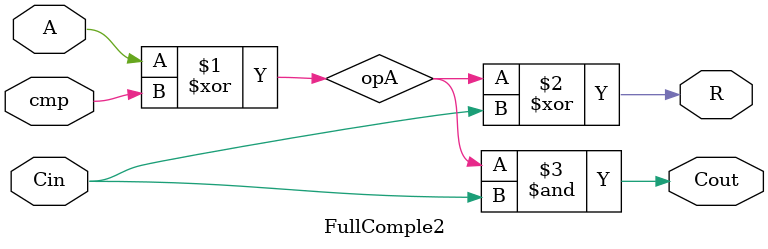
<source format=v>
`timescale 1ns / 1ps

module FullComple2(A,Cin,cmp,R,Cout);
	input A,Cin,cmp;
	output wire R,Cout;
	
	wire opA;
	assign opA=A^cmp;
	
	assign R=opA^Cin;
	assign Cout=opA&Cin;
endmodule

</source>
